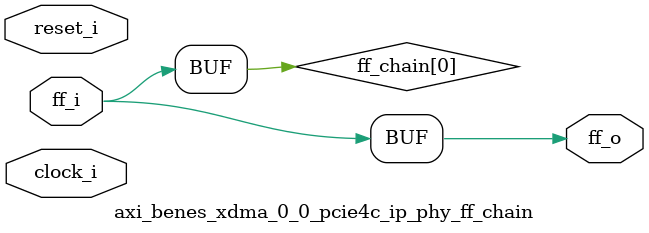
<source format=v>
/*****************************************************************************
** Description:
**    Flop Chain
**
******************************************************************************/

`timescale 1ps/1ps

`define AS_PHYREG(clk, reset, q, d, rstval)  \
   always @(posedge clk or posedge reset) begin \
      if (reset) \
         q  <= #(TCQ)   rstval;  \
      else  \
         q  <= #(TCQ)   d; \
   end

`define PHYREG(clk, reset, q, d, rstval)  \
   always @(posedge clk) begin \
      if (reset) \
         q  <= #(TCQ)   rstval;  \
      else  \
         q  <= #(TCQ)   d; \
   end

(* DowngradeIPIdentifiedWarnings = "yes" *)
module axi_benes_xdma_0_0_pcie4c_ip_phy_ff_chain #(
   // Parameters
   parameter integer PIPELINE_STAGES   = 0,        // 0 = no pipeline; 1 = 1 stage; 2 = 2 stages; 3 = 3 stages
   parameter         ASYNC             = "FALSE",
   parameter integer FF_WIDTH          = 1,
   parameter integer RST_VAL           = 0,
   parameter integer TCQ               = 1
)  (   
   input  wire                         clock_i,          
   input  wire                         reset_i,           
   input  wire [FF_WIDTH-1:0]          ff_i,            
   output wire [FF_WIDTH-1:0]          ff_o        
   );

   genvar   var_i;

   reg   [FF_WIDTH-1:0]          ff_chain [PIPELINE_STAGES:0];

   always @(*) ff_chain[0] = ff_i;

generate
   if (PIPELINE_STAGES > 0) begin:  with_ff_chain
      for (var_i = 0; var_i < PIPELINE_STAGES; var_i = var_i + 1) begin: ff_chain_gen
         if (ASYNC == "TRUE") begin: async_rst
            `AS_PHYREG(clock_i, reset_i, ff_chain[var_i+1], ff_chain[var_i], RST_VAL)
         end else begin: sync_rst
            `PHYREG(clock_i, reset_i, ff_chain[var_i+1], ff_chain[var_i], RST_VAL)
         end
      end
   end
endgenerate

   assign ff_o = ff_chain[PIPELINE_STAGES];

endmodule

</source>
